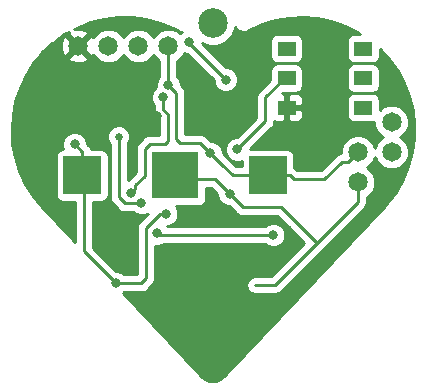
<source format=gbr>
G04 #@! TF.GenerationSoftware,KiCad,Pcbnew,(5.0.2)-1*
G04 #@! TF.CreationDate,2019-01-23T22:06:34-08:00*
G04 #@! TF.ProjectId,heart,68656172-742e-46b6-9963-61645f706362,rev?*
G04 #@! TF.SameCoordinates,Original*
G04 #@! TF.FileFunction,Copper,L2,Bot*
G04 #@! TF.FilePolarity,Positive*
%FSLAX46Y46*%
G04 Gerber Fmt 4.6, Leading zero omitted, Abs format (unit mm)*
G04 Created by KiCad (PCBNEW (5.0.2)-1) date 1/23/2019 10:06:34 PM*
%MOMM*%
%LPD*%
G01*
G04 APERTURE LIST*
G04 #@! TA.AperFunction,SMDPad,CuDef*
%ADD10R,3.180000X3.180000*%
G04 #@! TD*
G04 #@! TA.AperFunction,SMDPad,CuDef*
%ADD11R,3.960000X3.960000*%
G04 #@! TD*
G04 #@! TA.AperFunction,SMDPad,CuDef*
%ADD12R,1.500000X1.200000*%
G04 #@! TD*
G04 #@! TA.AperFunction,ComponentPad*
%ADD13C,1.650000*%
G04 #@! TD*
G04 #@! TA.AperFunction,WasherPad*
%ADD14C,2.500000*%
G04 #@! TD*
G04 #@! TA.AperFunction,ViaPad*
%ADD15C,0.800000*%
G04 #@! TD*
G04 #@! TA.AperFunction,ViaPad*
%ADD16C,0.650000*%
G04 #@! TD*
G04 #@! TA.AperFunction,Conductor*
%ADD17C,0.250000*%
G04 #@! TD*
G04 #@! TA.AperFunction,Conductor*
%ADD18C,0.254000*%
G04 #@! TD*
G04 APERTURE END LIST*
D10*
G04 #@! TO.P,BT1,2*
G04 #@! TO.N,Earth*
X-11080560Y16139160D03*
X4659440Y16139160D03*
D11*
G04 #@! TO.P,BT1,1*
G04 #@! TO.N,/PWR_IN*
X-3210560Y16139160D03*
G04 #@! TD*
D12*
G04 #@! TO.P,SW2,6*
G04 #@! TO.N,Net-(SW2-Pad6)*
X12724200Y26878920D03*
G04 #@! TO.P,SW2,5*
G04 #@! TO.N,Net-(SW2-Pad5)*
X12724200Y24378920D03*
G04 #@! TO.P,SW2,4*
G04 #@! TO.N,Net-(SW2-Pad4)*
X12724200Y21878920D03*
G04 #@! TO.P,SW2,3*
G04 #@! TO.N,Net-(SW2-Pad3)*
X6224200Y26878920D03*
G04 #@! TO.P,SW2,2*
G04 #@! TO.N,/PWR_IN*
X6224200Y24378920D03*
G04 #@! TO.P,SW2,1*
G04 #@! TO.N,VDD*
X6224200Y21878920D03*
G04 #@! TD*
D13*
G04 #@! TO.P,J1,2*
G04 #@! TO.N,Earth*
X12273280Y18089880D03*
G04 #@! TO.P,J1,1*
G04 #@! TO.N,/PWR_IN*
X12273280Y15549880D03*
G04 #@! TD*
D14*
G04 #@! TO.P,MH1,*
G04 #@! TO.N,*
X0Y29000000D03*
G04 #@! TD*
D13*
G04 #@! TO.P,SW1,2*
G04 #@! TO.N,Earth*
X15123160Y20650200D03*
G04 #@! TO.P,SW1,1*
G04 #@! TO.N,/PB7*
X15123160Y18110200D03*
G04 #@! TD*
G04 #@! TO.P,CN1,4*
G04 #@! TO.N,Earth*
X-3784600Y27086560D03*
G04 #@! TO.P,CN1,3*
G04 #@! TO.N,/NRST*
X-6324600Y27086560D03*
G04 #@! TO.P,CN1,2*
G04 #@! TO.N,/PS1*
X-8864600Y27086560D03*
G04 #@! TO.P,CN1,1*
G04 #@! TO.N,VDD*
X-11404600Y27086560D03*
G04 #@! TD*
D15*
G04 #@! TO.N,VDD*
X-4709160Y21122640D03*
X-8544560Y21777960D03*
X6253480Y19410680D03*
G04 #@! TO.N,Earth*
X-11709400Y18765520D03*
X-8229600Y7000240D03*
X-3962400Y12898120D03*
X-228600Y18023840D03*
X-3784600Y23769320D03*
G04 #@! TO.N,/PS1*
X1087120Y24236680D03*
X-2006600Y27467560D03*
G04 #@! TO.N,/PB7*
X5095240Y11084560D03*
X-4739640Y11216640D03*
G04 #@! TO.N,Net-(C5-Pad1)*
X-6974840Y14610080D03*
X-4211320Y22753320D03*
D16*
G04 #@! TO.N,Net-(C6-Pad1)*
X-7975600Y19420840D03*
D15*
X-6070600Y13787120D03*
G04 #@! TO.N,/PWR_IN*
X1402080Y14579600D03*
X2052320Y18338800D03*
G04 #@! TD*
D17*
G04 #@! TO.N,VDD*
X-5274845Y21122640D02*
X-5706645Y21554440D01*
X-4709160Y21122640D02*
X-5274845Y21122640D01*
X-5706645Y21554440D02*
X-8321040Y21554440D01*
X-8321040Y21554440D02*
X-8544560Y21777960D01*
X6224200Y19439960D02*
X6253480Y19410680D01*
X6224200Y21878920D02*
X6224200Y19439960D01*
G04 #@! TO.N,Earth*
X-6085840Y7000240D02*
X-8229600Y7000240D01*
X-5679440Y7406640D02*
X-6085840Y7000240D01*
X-5679440Y11651715D02*
X-5679440Y7406640D01*
X-3784600Y25151080D02*
X-3784600Y27086560D01*
X-3784600Y23769320D02*
X-3784600Y23769320D01*
X-3784600Y23769320D02*
X-3784600Y25151080D01*
X-10934320Y15803880D02*
X-10934320Y17643880D01*
X-10934320Y13963880D02*
X-10932160Y13961720D01*
X-10934320Y15803880D02*
X-10934320Y13963880D01*
X-10932160Y9702800D02*
X-8229600Y7000240D01*
X-10932160Y13961720D02*
X-10932160Y9702800D01*
X-5679440Y11651715D02*
X-4458435Y12872720D01*
X-4458435Y12872720D02*
X-3987800Y12872720D01*
X-3987800Y12872720D02*
X-3962400Y12898120D01*
X10884401Y17264881D02*
X11448281Y17264881D01*
X9423400Y15803880D02*
X10884401Y17264881D01*
X-3103880Y23088600D02*
X-3103880Y19207480D01*
X-3784600Y23769320D02*
X-3103880Y23088600D01*
X-3103880Y19207480D02*
X-2753360Y18856960D01*
X11448281Y17264881D02*
X12273280Y18089880D01*
X-1061720Y18856960D02*
X-228600Y18023840D01*
X-2753360Y18856960D02*
X-1061720Y18856960D01*
X-228600Y18023840D02*
X746760Y17048480D01*
X-3784600Y23769320D02*
X-3784600Y23769320D01*
X-11080560Y18136680D02*
X-11709400Y18765520D01*
X-11080560Y16139160D02*
X-11080560Y18136680D01*
X6834720Y15803880D02*
X9423400Y15803880D01*
X6499440Y16139160D02*
X6834720Y15803880D01*
X4659440Y16139160D02*
X6499440Y16139160D01*
X2819440Y16139160D02*
X2809280Y16129000D01*
X4659440Y16139160D02*
X2819440Y16139160D01*
X1666240Y16129000D02*
X746760Y17048480D01*
X2809280Y16129000D02*
X1666240Y16129000D01*
G04 #@! TO.N,/PS1*
X1087120Y24236680D02*
X-2006600Y27330400D01*
X-2006600Y27330400D02*
X-2006600Y27467560D01*
G04 #@! TO.N,/PB7*
X-4607560Y11084560D02*
X-4739640Y11216640D01*
X5095240Y11084560D02*
X-4607560Y11084560D01*
G04 #@! TO.N,Net-(C5-Pad1)*
X-4211320Y21696680D02*
X-4211320Y22753320D01*
X-3820160Y21305520D02*
X-4211320Y21696680D01*
X-6574841Y15010079D02*
X-6574841Y15319959D01*
X-6974840Y14610080D02*
X-6574841Y15010079D01*
X-6574841Y15319959D02*
X-5781040Y16113760D01*
X-5781040Y16113760D02*
X-5781040Y18364200D01*
X-5781040Y18364200D02*
X-5339080Y18806160D01*
X-3820160Y19080480D02*
X-3820160Y21305520D01*
X-4094480Y18806160D02*
X-3820160Y19080480D01*
X-5339080Y18806160D02*
X-4094480Y18806160D01*
G04 #@! TO.N,Net-(C6-Pad1)*
X-7975600Y14305280D02*
X-7975600Y19420840D01*
X-6070600Y13787120D02*
X-7457440Y13787120D01*
X-7457440Y13787120D02*
X-7975600Y14305280D01*
G04 #@! TO.N,/PWR_IN*
X12273280Y15549880D02*
X12273280Y13909040D01*
X5217160Y6852920D02*
X3559880Y6852920D01*
X7101840Y12120880D02*
X8793480Y10429240D01*
X7101840Y12128160D02*
X7101840Y12120880D01*
X12273280Y13909040D02*
X8793480Y10429240D01*
X8793480Y10429240D02*
X5217160Y6852920D01*
X7101840Y12128160D02*
X7094560Y12128160D01*
X7094560Y12128160D02*
X5770880Y13451840D01*
X5770880Y13451840D02*
X2529840Y13451840D01*
X177800Y15803880D02*
X-3064320Y15803880D01*
X177800Y15803880D02*
X1402080Y14579600D01*
X2529840Y13451840D02*
X1402080Y14579600D01*
X2052320Y18338800D02*
X4434840Y20721320D01*
X6074200Y24378920D02*
X6224200Y24378920D01*
X4434840Y22739560D02*
X6074200Y24378920D01*
X4434840Y20721320D02*
X4434840Y22739560D01*
G04 #@! TD*
D18*
G04 #@! TO.N,VDD*
G36*
X8832927Y29454237D02*
X10007346Y29212628D01*
X11142220Y28825731D01*
X12219659Y28299646D01*
X12484216Y28126360D01*
X11974200Y28126360D01*
X11726435Y28077077D01*
X11516391Y27936729D01*
X11376043Y27726685D01*
X11326760Y27478920D01*
X11326760Y26278920D01*
X11376043Y26031155D01*
X11516391Y25821111D01*
X11726435Y25680763D01*
X11974200Y25631480D01*
X13474200Y25631480D01*
X13721965Y25680763D01*
X13932009Y25821111D01*
X14072357Y26031155D01*
X14121640Y26278920D01*
X14121640Y26876905D01*
X14135419Y26865168D01*
X14943531Y25979393D01*
X15634256Y24999318D01*
X16196695Y23940405D01*
X16621983Y22819353D01*
X16903410Y21653837D01*
X17036543Y20462229D01*
X17019277Y19263346D01*
X16851887Y18076068D01*
X16537013Y16919140D01*
X16079620Y15810797D01*
X15486916Y14768511D01*
X14759694Y13797300D01*
X14476592Y13479833D01*
X939393Y-882803D01*
X616009Y-1125165D01*
X263935Y-1257151D01*
X12177Y-1284500D01*
X-360027Y-1231197D01*
X-702311Y-1075570D01*
X-931030Y-891675D01*
X-7591359Y6174770D01*
X-7525889Y6240240D01*
X-6160687Y6240240D01*
X-6085840Y6225352D01*
X-6010993Y6240240D01*
X-6010988Y6240240D01*
X-5789303Y6284336D01*
X-5537911Y6452311D01*
X-5495509Y6515769D01*
X-5194968Y6816311D01*
X-5131511Y6858711D01*
X-4963536Y7110103D01*
X-4919440Y7331788D01*
X-4919440Y7331792D01*
X-4904552Y7406639D01*
X-4919440Y7481486D01*
X-4919440Y10181640D01*
X-4533766Y10181640D01*
X-4188726Y10324560D01*
X4391529Y10324560D01*
X4508960Y10207129D01*
X4889366Y10049560D01*
X5301114Y10049560D01*
X5681520Y10207129D01*
X5972671Y10498280D01*
X6130240Y10878686D01*
X6130240Y11290434D01*
X5972671Y11670840D01*
X5681520Y11961991D01*
X5301114Y12119560D01*
X4889366Y12119560D01*
X4508960Y11961991D01*
X4391529Y11844560D01*
X-3903849Y11844560D01*
X-3922409Y11863120D01*
X-3756526Y11863120D01*
X-3376120Y12020689D01*
X-3084969Y12311840D01*
X-2927400Y12692246D01*
X-2927400Y13103994D01*
X-3084969Y13484400D01*
X-3112289Y13511720D01*
X-1230560Y13511720D01*
X-982795Y13561003D01*
X-772751Y13701351D01*
X-632403Y13911395D01*
X-583120Y14159160D01*
X-583120Y15043880D01*
X-137001Y15043880D01*
X367080Y14539798D01*
X367080Y14373726D01*
X524649Y13993320D01*
X815800Y13702169D01*
X1196206Y13544600D01*
X1362278Y13544600D01*
X1939513Y12967365D01*
X1981911Y12903911D01*
X2045364Y12861513D01*
X2045366Y12861511D01*
X2146548Y12793904D01*
X2233303Y12735936D01*
X2454988Y12691840D01*
X2454992Y12691840D01*
X2529839Y12676952D01*
X2604686Y12691840D01*
X5456079Y12691840D01*
X6504231Y11643687D01*
X6546631Y11580231D01*
X6550995Y11577315D01*
X6553911Y11572951D01*
X6617369Y11530550D01*
X7718678Y10429240D01*
X4902359Y7612920D01*
X3485028Y7612920D01*
X3263343Y7568824D01*
X3011951Y7400849D01*
X2843976Y7149457D01*
X2784991Y6852920D01*
X2843976Y6556383D01*
X3011951Y6304991D01*
X3263343Y6137016D01*
X3485028Y6092920D01*
X5142313Y6092920D01*
X5217160Y6078032D01*
X5292007Y6092920D01*
X5292012Y6092920D01*
X5513697Y6137016D01*
X5765089Y6304991D01*
X5807491Y6368450D01*
X9277954Y9838912D01*
X9341409Y9881311D01*
X9383810Y9944769D01*
X12757756Y13318713D01*
X12821209Y13361111D01*
X12863607Y13424564D01*
X12863609Y13424566D01*
X12968299Y13581246D01*
X12989184Y13612503D01*
X13033280Y13834188D01*
X13033280Y13834192D01*
X13048168Y13909039D01*
X13033280Y13983886D01*
X13033280Y14284390D01*
X13100304Y14312152D01*
X13511008Y14722856D01*
X13733280Y15259468D01*
X13733280Y15840292D01*
X13511008Y16376904D01*
X13100304Y16787608D01*
X13022393Y16819880D01*
X13100304Y16852152D01*
X13511008Y17262856D01*
X13702428Y17724986D01*
X13885432Y17283176D01*
X14296136Y16872472D01*
X14832748Y16650200D01*
X15413572Y16650200D01*
X15950184Y16872472D01*
X16360888Y17283176D01*
X16583160Y17819788D01*
X16583160Y18400612D01*
X16360888Y18937224D01*
X15950184Y19347928D01*
X15872273Y19380200D01*
X15950184Y19412472D01*
X16360888Y19823176D01*
X16583160Y20359788D01*
X16583160Y20940612D01*
X16360888Y21477224D01*
X15950184Y21887928D01*
X15413572Y22110200D01*
X14832748Y22110200D01*
X14296136Y21887928D01*
X14121640Y21713432D01*
X14121640Y22478920D01*
X14072357Y22726685D01*
X13932009Y22936729D01*
X13721965Y23077077D01*
X13474200Y23126360D01*
X11974200Y23126360D01*
X11726435Y23077077D01*
X11516391Y22936729D01*
X11376043Y22726685D01*
X11326760Y22478920D01*
X11326760Y21278920D01*
X11376043Y21031155D01*
X11516391Y20821111D01*
X11726435Y20680763D01*
X11974200Y20631480D01*
X13474200Y20631480D01*
X13663160Y20669066D01*
X13663160Y20359788D01*
X13885432Y19823176D01*
X14296136Y19412472D01*
X14374047Y19380200D01*
X14296136Y19347928D01*
X13885432Y18937224D01*
X13694012Y18475094D01*
X13511008Y18916904D01*
X13100304Y19327608D01*
X12563692Y19549880D01*
X11982868Y19549880D01*
X11446256Y19327608D01*
X11035552Y18916904D01*
X10813280Y18380292D01*
X10813280Y18025622D01*
X10809553Y18024881D01*
X10809549Y18024881D01*
X10587864Y17980785D01*
X10531225Y17942940D01*
X10399927Y17855210D01*
X10399925Y17855208D01*
X10336472Y17812810D01*
X10294074Y17749357D01*
X9108599Y16563880D01*
X7149521Y16563880D01*
X7089771Y16623630D01*
X7047369Y16687089D01*
X6896880Y16787643D01*
X6896880Y17729160D01*
X6847597Y17976925D01*
X6707249Y18186969D01*
X6497205Y18327317D01*
X6249440Y18376600D01*
X3164921Y18376600D01*
X4919313Y20130991D01*
X4982769Y20173391D01*
X5150744Y20424783D01*
X5194840Y20646468D01*
X5194840Y20646472D01*
X5206021Y20702684D01*
X5347890Y20643920D01*
X5938450Y20643920D01*
X6097200Y20802670D01*
X6097200Y21751920D01*
X6351200Y21751920D01*
X6351200Y20802670D01*
X6509950Y20643920D01*
X7100510Y20643920D01*
X7333899Y20740593D01*
X7512527Y20919222D01*
X7609200Y21152611D01*
X7609200Y21593170D01*
X7450450Y21751920D01*
X6351200Y21751920D01*
X6097200Y21751920D01*
X6077200Y21751920D01*
X6077200Y22005920D01*
X6097200Y22005920D01*
X6097200Y22955170D01*
X6351200Y22955170D01*
X6351200Y22005920D01*
X7450450Y22005920D01*
X7609200Y22164670D01*
X7609200Y22605229D01*
X7512527Y22838618D01*
X7333899Y23017247D01*
X7100510Y23113920D01*
X6509950Y23113920D01*
X6351200Y22955170D01*
X6097200Y22955170D01*
X5938450Y23113920D01*
X5884002Y23113920D01*
X5901562Y23131480D01*
X6974200Y23131480D01*
X7221965Y23180763D01*
X7432009Y23321111D01*
X7572357Y23531155D01*
X7621640Y23778920D01*
X7621640Y24978920D01*
X11326760Y24978920D01*
X11326760Y23778920D01*
X11376043Y23531155D01*
X11516391Y23321111D01*
X11726435Y23180763D01*
X11974200Y23131480D01*
X13474200Y23131480D01*
X13721965Y23180763D01*
X13932009Y23321111D01*
X14072357Y23531155D01*
X14121640Y23778920D01*
X14121640Y24978920D01*
X14072357Y25226685D01*
X13932009Y25436729D01*
X13721965Y25577077D01*
X13474200Y25626360D01*
X11974200Y25626360D01*
X11726435Y25577077D01*
X11516391Y25436729D01*
X11376043Y25226685D01*
X11326760Y24978920D01*
X7621640Y24978920D01*
X7572357Y25226685D01*
X7432009Y25436729D01*
X7221965Y25577077D01*
X6974200Y25626360D01*
X5474200Y25626360D01*
X5226435Y25577077D01*
X5016391Y25436729D01*
X4876043Y25226685D01*
X4826760Y24978920D01*
X4826760Y24206282D01*
X3950368Y23329889D01*
X3886912Y23287489D01*
X3844512Y23224033D01*
X3844511Y23224032D01*
X3718937Y23036097D01*
X3659952Y22739560D01*
X3674841Y22664708D01*
X3674840Y21036122D01*
X2012519Y19373800D01*
X1846446Y19373800D01*
X1466040Y19216231D01*
X1174889Y18925080D01*
X1017320Y18544674D01*
X1017320Y18132926D01*
X1174889Y17752520D01*
X1466040Y17461369D01*
X1846446Y17303800D01*
X2258194Y17303800D01*
X2422000Y17371651D01*
X2422000Y16889000D01*
X1981042Y16889000D01*
X1337093Y17532948D01*
X1337089Y17532954D01*
X806400Y18063642D01*
X806400Y18229714D01*
X648831Y18610120D01*
X357680Y18901271D01*
X-22726Y19058840D01*
X-188799Y19058840D01*
X-471389Y19341430D01*
X-513791Y19404889D01*
X-765183Y19572864D01*
X-986868Y19616960D01*
X-986873Y19616960D01*
X-1061720Y19631848D01*
X-1136567Y19616960D01*
X-2343880Y19616960D01*
X-2343880Y23013754D01*
X-2328992Y23088601D01*
X-2343880Y23163448D01*
X-2343880Y23163452D01*
X-2387976Y23385137D01*
X-2465717Y23501485D01*
X-2513551Y23573074D01*
X-2513553Y23573076D01*
X-2555951Y23636529D01*
X-2619404Y23678927D01*
X-2749600Y23809122D01*
X-2749600Y23975194D01*
X-2907169Y24355600D01*
X-3024600Y24473031D01*
X-3024600Y25821070D01*
X-2957576Y25848832D01*
X-2546872Y26259536D01*
X-2436727Y26525449D01*
X-2212474Y26432560D01*
X-2183561Y26432560D01*
X52120Y24196878D01*
X52120Y24030806D01*
X209689Y23650400D01*
X500840Y23359249D01*
X881246Y23201680D01*
X1292994Y23201680D01*
X1673400Y23359249D01*
X1964551Y23650400D01*
X2122120Y24030806D01*
X2122120Y24442554D01*
X1964551Y24822960D01*
X1673400Y25114111D01*
X1292994Y25271680D01*
X1126922Y25271680D01*
X-957839Y27356440D01*
X-374950Y27115000D01*
X374950Y27115000D01*
X1067767Y27401974D01*
X1144713Y27478920D01*
X4826760Y27478920D01*
X4826760Y26278920D01*
X4876043Y26031155D01*
X5016391Y25821111D01*
X5226435Y25680763D01*
X5474200Y25631480D01*
X6974200Y25631480D01*
X7221965Y25680763D01*
X7432009Y25821111D01*
X7572357Y26031155D01*
X7621640Y26278920D01*
X7621640Y27478920D01*
X7572357Y27726685D01*
X7432009Y27936729D01*
X7221965Y28077077D01*
X6974200Y28126360D01*
X5474200Y28126360D01*
X5226435Y28077077D01*
X5016391Y27936729D01*
X4876043Y27726685D01*
X4826760Y27478920D01*
X1144713Y27478920D01*
X1598026Y27932233D01*
X1885000Y28625050D01*
X1885000Y28716193D01*
X2040412Y28485837D01*
X2275964Y28329965D01*
X2553234Y28276098D01*
X2760150Y28318219D01*
X3026436Y28429914D01*
X3046867Y28443698D01*
X4113441Y28926955D01*
X5258983Y29281010D01*
X6439875Y29488702D01*
X7637477Y29546748D01*
X8832927Y29454237D01*
X8832927Y29454237D01*
G37*
X8832927Y29454237D02*
X10007346Y29212628D01*
X11142220Y28825731D01*
X12219659Y28299646D01*
X12484216Y28126360D01*
X11974200Y28126360D01*
X11726435Y28077077D01*
X11516391Y27936729D01*
X11376043Y27726685D01*
X11326760Y27478920D01*
X11326760Y26278920D01*
X11376043Y26031155D01*
X11516391Y25821111D01*
X11726435Y25680763D01*
X11974200Y25631480D01*
X13474200Y25631480D01*
X13721965Y25680763D01*
X13932009Y25821111D01*
X14072357Y26031155D01*
X14121640Y26278920D01*
X14121640Y26876905D01*
X14135419Y26865168D01*
X14943531Y25979393D01*
X15634256Y24999318D01*
X16196695Y23940405D01*
X16621983Y22819353D01*
X16903410Y21653837D01*
X17036543Y20462229D01*
X17019277Y19263346D01*
X16851887Y18076068D01*
X16537013Y16919140D01*
X16079620Y15810797D01*
X15486916Y14768511D01*
X14759694Y13797300D01*
X14476592Y13479833D01*
X939393Y-882803D01*
X616009Y-1125165D01*
X263935Y-1257151D01*
X12177Y-1284500D01*
X-360027Y-1231197D01*
X-702311Y-1075570D01*
X-931030Y-891675D01*
X-7591359Y6174770D01*
X-7525889Y6240240D01*
X-6160687Y6240240D01*
X-6085840Y6225352D01*
X-6010993Y6240240D01*
X-6010988Y6240240D01*
X-5789303Y6284336D01*
X-5537911Y6452311D01*
X-5495509Y6515769D01*
X-5194968Y6816311D01*
X-5131511Y6858711D01*
X-4963536Y7110103D01*
X-4919440Y7331788D01*
X-4919440Y7331792D01*
X-4904552Y7406639D01*
X-4919440Y7481486D01*
X-4919440Y10181640D01*
X-4533766Y10181640D01*
X-4188726Y10324560D01*
X4391529Y10324560D01*
X4508960Y10207129D01*
X4889366Y10049560D01*
X5301114Y10049560D01*
X5681520Y10207129D01*
X5972671Y10498280D01*
X6130240Y10878686D01*
X6130240Y11290434D01*
X5972671Y11670840D01*
X5681520Y11961991D01*
X5301114Y12119560D01*
X4889366Y12119560D01*
X4508960Y11961991D01*
X4391529Y11844560D01*
X-3903849Y11844560D01*
X-3922409Y11863120D01*
X-3756526Y11863120D01*
X-3376120Y12020689D01*
X-3084969Y12311840D01*
X-2927400Y12692246D01*
X-2927400Y13103994D01*
X-3084969Y13484400D01*
X-3112289Y13511720D01*
X-1230560Y13511720D01*
X-982795Y13561003D01*
X-772751Y13701351D01*
X-632403Y13911395D01*
X-583120Y14159160D01*
X-583120Y15043880D01*
X-137001Y15043880D01*
X367080Y14539798D01*
X367080Y14373726D01*
X524649Y13993320D01*
X815800Y13702169D01*
X1196206Y13544600D01*
X1362278Y13544600D01*
X1939513Y12967365D01*
X1981911Y12903911D01*
X2045364Y12861513D01*
X2045366Y12861511D01*
X2146548Y12793904D01*
X2233303Y12735936D01*
X2454988Y12691840D01*
X2454992Y12691840D01*
X2529839Y12676952D01*
X2604686Y12691840D01*
X5456079Y12691840D01*
X6504231Y11643687D01*
X6546631Y11580231D01*
X6550995Y11577315D01*
X6553911Y11572951D01*
X6617369Y11530550D01*
X7718678Y10429240D01*
X4902359Y7612920D01*
X3485028Y7612920D01*
X3263343Y7568824D01*
X3011951Y7400849D01*
X2843976Y7149457D01*
X2784991Y6852920D01*
X2843976Y6556383D01*
X3011951Y6304991D01*
X3263343Y6137016D01*
X3485028Y6092920D01*
X5142313Y6092920D01*
X5217160Y6078032D01*
X5292007Y6092920D01*
X5292012Y6092920D01*
X5513697Y6137016D01*
X5765089Y6304991D01*
X5807491Y6368450D01*
X9277954Y9838912D01*
X9341409Y9881311D01*
X9383810Y9944769D01*
X12757756Y13318713D01*
X12821209Y13361111D01*
X12863607Y13424564D01*
X12863609Y13424566D01*
X12968299Y13581246D01*
X12989184Y13612503D01*
X13033280Y13834188D01*
X13033280Y13834192D01*
X13048168Y13909039D01*
X13033280Y13983886D01*
X13033280Y14284390D01*
X13100304Y14312152D01*
X13511008Y14722856D01*
X13733280Y15259468D01*
X13733280Y15840292D01*
X13511008Y16376904D01*
X13100304Y16787608D01*
X13022393Y16819880D01*
X13100304Y16852152D01*
X13511008Y17262856D01*
X13702428Y17724986D01*
X13885432Y17283176D01*
X14296136Y16872472D01*
X14832748Y16650200D01*
X15413572Y16650200D01*
X15950184Y16872472D01*
X16360888Y17283176D01*
X16583160Y17819788D01*
X16583160Y18400612D01*
X16360888Y18937224D01*
X15950184Y19347928D01*
X15872273Y19380200D01*
X15950184Y19412472D01*
X16360888Y19823176D01*
X16583160Y20359788D01*
X16583160Y20940612D01*
X16360888Y21477224D01*
X15950184Y21887928D01*
X15413572Y22110200D01*
X14832748Y22110200D01*
X14296136Y21887928D01*
X14121640Y21713432D01*
X14121640Y22478920D01*
X14072357Y22726685D01*
X13932009Y22936729D01*
X13721965Y23077077D01*
X13474200Y23126360D01*
X11974200Y23126360D01*
X11726435Y23077077D01*
X11516391Y22936729D01*
X11376043Y22726685D01*
X11326760Y22478920D01*
X11326760Y21278920D01*
X11376043Y21031155D01*
X11516391Y20821111D01*
X11726435Y20680763D01*
X11974200Y20631480D01*
X13474200Y20631480D01*
X13663160Y20669066D01*
X13663160Y20359788D01*
X13885432Y19823176D01*
X14296136Y19412472D01*
X14374047Y19380200D01*
X14296136Y19347928D01*
X13885432Y18937224D01*
X13694012Y18475094D01*
X13511008Y18916904D01*
X13100304Y19327608D01*
X12563692Y19549880D01*
X11982868Y19549880D01*
X11446256Y19327608D01*
X11035552Y18916904D01*
X10813280Y18380292D01*
X10813280Y18025622D01*
X10809553Y18024881D01*
X10809549Y18024881D01*
X10587864Y17980785D01*
X10531225Y17942940D01*
X10399927Y17855210D01*
X10399925Y17855208D01*
X10336472Y17812810D01*
X10294074Y17749357D01*
X9108599Y16563880D01*
X7149521Y16563880D01*
X7089771Y16623630D01*
X7047369Y16687089D01*
X6896880Y16787643D01*
X6896880Y17729160D01*
X6847597Y17976925D01*
X6707249Y18186969D01*
X6497205Y18327317D01*
X6249440Y18376600D01*
X3164921Y18376600D01*
X4919313Y20130991D01*
X4982769Y20173391D01*
X5150744Y20424783D01*
X5194840Y20646468D01*
X5194840Y20646472D01*
X5206021Y20702684D01*
X5347890Y20643920D01*
X5938450Y20643920D01*
X6097200Y20802670D01*
X6097200Y21751920D01*
X6351200Y21751920D01*
X6351200Y20802670D01*
X6509950Y20643920D01*
X7100510Y20643920D01*
X7333899Y20740593D01*
X7512527Y20919222D01*
X7609200Y21152611D01*
X7609200Y21593170D01*
X7450450Y21751920D01*
X6351200Y21751920D01*
X6097200Y21751920D01*
X6077200Y21751920D01*
X6077200Y22005920D01*
X6097200Y22005920D01*
X6097200Y22955170D01*
X6351200Y22955170D01*
X6351200Y22005920D01*
X7450450Y22005920D01*
X7609200Y22164670D01*
X7609200Y22605229D01*
X7512527Y22838618D01*
X7333899Y23017247D01*
X7100510Y23113920D01*
X6509950Y23113920D01*
X6351200Y22955170D01*
X6097200Y22955170D01*
X5938450Y23113920D01*
X5884002Y23113920D01*
X5901562Y23131480D01*
X6974200Y23131480D01*
X7221965Y23180763D01*
X7432009Y23321111D01*
X7572357Y23531155D01*
X7621640Y23778920D01*
X7621640Y24978920D01*
X11326760Y24978920D01*
X11326760Y23778920D01*
X11376043Y23531155D01*
X11516391Y23321111D01*
X11726435Y23180763D01*
X11974200Y23131480D01*
X13474200Y23131480D01*
X13721965Y23180763D01*
X13932009Y23321111D01*
X14072357Y23531155D01*
X14121640Y23778920D01*
X14121640Y24978920D01*
X14072357Y25226685D01*
X13932009Y25436729D01*
X13721965Y25577077D01*
X13474200Y25626360D01*
X11974200Y25626360D01*
X11726435Y25577077D01*
X11516391Y25436729D01*
X11376043Y25226685D01*
X11326760Y24978920D01*
X7621640Y24978920D01*
X7572357Y25226685D01*
X7432009Y25436729D01*
X7221965Y25577077D01*
X6974200Y25626360D01*
X5474200Y25626360D01*
X5226435Y25577077D01*
X5016391Y25436729D01*
X4876043Y25226685D01*
X4826760Y24978920D01*
X4826760Y24206282D01*
X3950368Y23329889D01*
X3886912Y23287489D01*
X3844512Y23224033D01*
X3844511Y23224032D01*
X3718937Y23036097D01*
X3659952Y22739560D01*
X3674841Y22664708D01*
X3674840Y21036122D01*
X2012519Y19373800D01*
X1846446Y19373800D01*
X1466040Y19216231D01*
X1174889Y18925080D01*
X1017320Y18544674D01*
X1017320Y18132926D01*
X1174889Y17752520D01*
X1466040Y17461369D01*
X1846446Y17303800D01*
X2258194Y17303800D01*
X2422000Y17371651D01*
X2422000Y16889000D01*
X1981042Y16889000D01*
X1337093Y17532948D01*
X1337089Y17532954D01*
X806400Y18063642D01*
X806400Y18229714D01*
X648831Y18610120D01*
X357680Y18901271D01*
X-22726Y19058840D01*
X-188799Y19058840D01*
X-471389Y19341430D01*
X-513791Y19404889D01*
X-765183Y19572864D01*
X-986868Y19616960D01*
X-986873Y19616960D01*
X-1061720Y19631848D01*
X-1136567Y19616960D01*
X-2343880Y19616960D01*
X-2343880Y23013754D01*
X-2328992Y23088601D01*
X-2343880Y23163448D01*
X-2343880Y23163452D01*
X-2387976Y23385137D01*
X-2465717Y23501485D01*
X-2513551Y23573074D01*
X-2513553Y23573076D01*
X-2555951Y23636529D01*
X-2619404Y23678927D01*
X-2749600Y23809122D01*
X-2749600Y23975194D01*
X-2907169Y24355600D01*
X-3024600Y24473031D01*
X-3024600Y25821070D01*
X-2957576Y25848832D01*
X-2546872Y26259536D01*
X-2436727Y26525449D01*
X-2212474Y26432560D01*
X-2183561Y26432560D01*
X52120Y24196878D01*
X52120Y24030806D01*
X209689Y23650400D01*
X500840Y23359249D01*
X881246Y23201680D01*
X1292994Y23201680D01*
X1673400Y23359249D01*
X1964551Y23650400D01*
X2122120Y24030806D01*
X2122120Y24442554D01*
X1964551Y24822960D01*
X1673400Y25114111D01*
X1292994Y25271680D01*
X1126922Y25271680D01*
X-957839Y27356440D01*
X-374950Y27115000D01*
X374950Y27115000D01*
X1067767Y27401974D01*
X1144713Y27478920D01*
X4826760Y27478920D01*
X4826760Y26278920D01*
X4876043Y26031155D01*
X5016391Y25821111D01*
X5226435Y25680763D01*
X5474200Y25631480D01*
X6974200Y25631480D01*
X7221965Y25680763D01*
X7432009Y25821111D01*
X7572357Y26031155D01*
X7621640Y26278920D01*
X7621640Y27478920D01*
X7572357Y27726685D01*
X7432009Y27936729D01*
X7221965Y28077077D01*
X6974200Y28126360D01*
X5474200Y28126360D01*
X5226435Y28077077D01*
X5016391Y27936729D01*
X4876043Y27726685D01*
X4826760Y27478920D01*
X1144713Y27478920D01*
X1598026Y27932233D01*
X1885000Y28625050D01*
X1885000Y28716193D01*
X2040412Y28485837D01*
X2275964Y28329965D01*
X2553234Y28276098D01*
X2760150Y28318219D01*
X3026436Y28429914D01*
X3046867Y28443698D01*
X4113441Y28926955D01*
X5258983Y29281010D01*
X6439875Y29488702D01*
X7637477Y29546748D01*
X8832927Y29454237D01*
G36*
X-6871396Y29527023D02*
X-5682312Y29373117D01*
X-4521870Y29071386D01*
X-3395150Y28621303D01*
X-3062111Y28453984D01*
X-3026436Y28429915D01*
X-2760150Y28318219D01*
X-2643415Y28294456D01*
X-2785580Y28152292D01*
X-2957576Y28324288D01*
X-3494188Y28546560D01*
X-4075012Y28546560D01*
X-4611624Y28324288D01*
X-5022328Y27913584D01*
X-5054600Y27835673D01*
X-5086872Y27913584D01*
X-5497576Y28324288D01*
X-6034188Y28546560D01*
X-6615012Y28546560D01*
X-7151624Y28324288D01*
X-7562328Y27913584D01*
X-7594600Y27835673D01*
X-7626872Y27913584D01*
X-8037576Y28324288D01*
X-8574188Y28546560D01*
X-9155012Y28546560D01*
X-9691624Y28324288D01*
X-10102328Y27913584D01*
X-10128191Y27851146D01*
X-10130037Y27855604D01*
X-10378747Y27932808D01*
X-11224995Y27086560D01*
X-10378747Y26240312D01*
X-10130037Y26317516D01*
X-10128317Y26322279D01*
X-10102328Y26259536D01*
X-9691624Y25848832D01*
X-9155012Y25626560D01*
X-8574188Y25626560D01*
X-8037576Y25848832D01*
X-7626872Y26259536D01*
X-7594600Y26337447D01*
X-7562328Y26259536D01*
X-7151624Y25848832D01*
X-6615012Y25626560D01*
X-6034188Y25626560D01*
X-5497576Y25848832D01*
X-5086872Y26259536D01*
X-5054600Y26337447D01*
X-5022328Y26259536D01*
X-4611624Y25848832D01*
X-4544600Y25821070D01*
X-4544600Y25076229D01*
X-4544599Y25076224D01*
X-4544599Y24473032D01*
X-4662031Y24355600D01*
X-4819600Y23975194D01*
X-4819600Y23608751D01*
X-5088751Y23339600D01*
X-5246320Y22959194D01*
X-5246320Y22547446D01*
X-5088751Y22167040D01*
X-4971320Y22049609D01*
X-4971320Y21771527D01*
X-4986208Y21696680D01*
X-4971320Y21621833D01*
X-4971320Y21621829D01*
X-4927224Y21400144D01*
X-4759249Y21148751D01*
X-4695790Y21106349D01*
X-4580159Y20990718D01*
X-4580160Y19566160D01*
X-5264232Y19566160D01*
X-5339080Y19581048D01*
X-5413928Y19566160D01*
X-5413932Y19566160D01*
X-5587475Y19531640D01*
X-5635618Y19522064D01*
X-5728068Y19460290D01*
X-5887009Y19354089D01*
X-5929411Y19290630D01*
X-6265512Y18954529D01*
X-6328968Y18912129D01*
X-6371368Y18848673D01*
X-6371369Y18848672D01*
X-6496943Y18660737D01*
X-6555928Y18364200D01*
X-6541039Y18289348D01*
X-6541040Y16428562D01*
X-7059312Y15910289D01*
X-7122770Y15867888D01*
X-7215600Y15728958D01*
X-7215600Y18823194D01*
X-7161751Y18877043D01*
X-7015600Y19229884D01*
X-7015600Y19611796D01*
X-7161751Y19964637D01*
X-7431803Y20234689D01*
X-7784644Y20380840D01*
X-8166556Y20380840D01*
X-8519397Y20234689D01*
X-8789449Y19964637D01*
X-8935600Y19611796D01*
X-8935600Y19229884D01*
X-8789449Y18877043D01*
X-8735599Y18823193D01*
X-8735600Y14380127D01*
X-8750488Y14305280D01*
X-8735600Y14230433D01*
X-8735600Y14230429D01*
X-8691504Y14008744D01*
X-8523529Y13757351D01*
X-8460070Y13714949D01*
X-8047769Y13302648D01*
X-8005369Y13239191D01*
X-7753977Y13071216D01*
X-7532292Y13027120D01*
X-7532287Y13027120D01*
X-7457440Y13012232D01*
X-7382593Y13027120D01*
X-6774311Y13027120D01*
X-6656880Y12909689D01*
X-6276474Y12752120D01*
X-5864726Y12752120D01*
X-5504716Y12901241D01*
X-6163910Y12242046D01*
X-6227369Y12199644D01*
X-6395344Y11948251D01*
X-6439440Y11726566D01*
X-6439440Y11726562D01*
X-6454328Y11651715D01*
X-6439440Y11576868D01*
X-6439439Y7760240D01*
X-7525889Y7760240D01*
X-7643320Y7877671D01*
X-8023726Y8035240D01*
X-8189798Y8035240D01*
X-10172160Y10017601D01*
X-10172160Y13886872D01*
X-10169207Y13901720D01*
X-9490560Y13901720D01*
X-9242795Y13951003D01*
X-9032751Y14091351D01*
X-8892403Y14301395D01*
X-8843120Y14549160D01*
X-8843120Y17729160D01*
X-8892403Y17976925D01*
X-9032751Y18186969D01*
X-9242795Y18327317D01*
X-9490560Y18376600D01*
X-10353394Y18376600D01*
X-10364656Y18433217D01*
X-10532631Y18684609D01*
X-10596087Y18727009D01*
X-10674400Y18805322D01*
X-10674400Y18971394D01*
X-10831969Y19351800D01*
X-11123120Y19642951D01*
X-11503526Y19800520D01*
X-11915274Y19800520D01*
X-12295680Y19642951D01*
X-12586831Y19351800D01*
X-12744400Y18971394D01*
X-12744400Y18559646D01*
X-12668580Y18376600D01*
X-12670560Y18376600D01*
X-12918325Y18327317D01*
X-13128369Y18186969D01*
X-13268717Y17976925D01*
X-13318000Y17729160D01*
X-13318000Y14549160D01*
X-13268717Y14301395D01*
X-13128369Y14091351D01*
X-12918325Y13951003D01*
X-12670560Y13901720D01*
X-11696844Y13901720D01*
X-11692160Y13878174D01*
X-11692159Y10525618D01*
X-14466825Y13469471D01*
X-15241381Y14411590D01*
X-15880753Y15425911D01*
X-16387953Y16512364D01*
X-16754985Y17653819D01*
X-16976061Y18832276D01*
X-17047693Y20029149D01*
X-16968754Y21225570D01*
X-16740487Y22402647D01*
X-16366490Y23541845D01*
X-15852666Y24625179D01*
X-15207113Y25635577D01*
X-14853223Y26060707D01*
X-12250848Y26060707D01*
X-12173644Y25811997D01*
X-11627350Y25614717D01*
X-11047144Y25641512D01*
X-10635556Y25811997D01*
X-10558352Y26060707D01*
X-11404600Y26906955D01*
X-12250848Y26060707D01*
X-14853223Y26060707D01*
X-14440015Y26557096D01*
X-13634071Y27309310D01*
X-12876443Y27309310D01*
X-12849648Y26729104D01*
X-12679163Y26317516D01*
X-12430453Y26240312D01*
X-11584205Y27086560D01*
X-12430453Y27932808D01*
X-12679163Y27855604D01*
X-12876443Y27309310D01*
X-13634071Y27309310D01*
X-13563467Y27375207D01*
X-12591299Y28077004D01*
X-12194636Y28293497D01*
X-12250848Y28112413D01*
X-11404600Y27266165D01*
X-10558352Y28112413D01*
X-10635556Y28361123D01*
X-11181850Y28558403D01*
X-11758022Y28531794D01*
X-11538834Y28651424D01*
X-10422679Y29089404D01*
X-9260424Y29384040D01*
X-8070413Y29530684D01*
X-6871396Y29527023D01*
X-6871396Y29527023D01*
G37*
X-6871396Y29527023D02*
X-5682312Y29373117D01*
X-4521870Y29071386D01*
X-3395150Y28621303D01*
X-3062111Y28453984D01*
X-3026436Y28429915D01*
X-2760150Y28318219D01*
X-2643415Y28294456D01*
X-2785580Y28152292D01*
X-2957576Y28324288D01*
X-3494188Y28546560D01*
X-4075012Y28546560D01*
X-4611624Y28324288D01*
X-5022328Y27913584D01*
X-5054600Y27835673D01*
X-5086872Y27913584D01*
X-5497576Y28324288D01*
X-6034188Y28546560D01*
X-6615012Y28546560D01*
X-7151624Y28324288D01*
X-7562328Y27913584D01*
X-7594600Y27835673D01*
X-7626872Y27913584D01*
X-8037576Y28324288D01*
X-8574188Y28546560D01*
X-9155012Y28546560D01*
X-9691624Y28324288D01*
X-10102328Y27913584D01*
X-10128191Y27851146D01*
X-10130037Y27855604D01*
X-10378747Y27932808D01*
X-11224995Y27086560D01*
X-10378747Y26240312D01*
X-10130037Y26317516D01*
X-10128317Y26322279D01*
X-10102328Y26259536D01*
X-9691624Y25848832D01*
X-9155012Y25626560D01*
X-8574188Y25626560D01*
X-8037576Y25848832D01*
X-7626872Y26259536D01*
X-7594600Y26337447D01*
X-7562328Y26259536D01*
X-7151624Y25848832D01*
X-6615012Y25626560D01*
X-6034188Y25626560D01*
X-5497576Y25848832D01*
X-5086872Y26259536D01*
X-5054600Y26337447D01*
X-5022328Y26259536D01*
X-4611624Y25848832D01*
X-4544600Y25821070D01*
X-4544600Y25076229D01*
X-4544599Y25076224D01*
X-4544599Y24473032D01*
X-4662031Y24355600D01*
X-4819600Y23975194D01*
X-4819600Y23608751D01*
X-5088751Y23339600D01*
X-5246320Y22959194D01*
X-5246320Y22547446D01*
X-5088751Y22167040D01*
X-4971320Y22049609D01*
X-4971320Y21771527D01*
X-4986208Y21696680D01*
X-4971320Y21621833D01*
X-4971320Y21621829D01*
X-4927224Y21400144D01*
X-4759249Y21148751D01*
X-4695790Y21106349D01*
X-4580159Y20990718D01*
X-4580160Y19566160D01*
X-5264232Y19566160D01*
X-5339080Y19581048D01*
X-5413928Y19566160D01*
X-5413932Y19566160D01*
X-5587475Y19531640D01*
X-5635618Y19522064D01*
X-5728068Y19460290D01*
X-5887009Y19354089D01*
X-5929411Y19290630D01*
X-6265512Y18954529D01*
X-6328968Y18912129D01*
X-6371368Y18848673D01*
X-6371369Y18848672D01*
X-6496943Y18660737D01*
X-6555928Y18364200D01*
X-6541039Y18289348D01*
X-6541040Y16428562D01*
X-7059312Y15910289D01*
X-7122770Y15867888D01*
X-7215600Y15728958D01*
X-7215600Y18823194D01*
X-7161751Y18877043D01*
X-7015600Y19229884D01*
X-7015600Y19611796D01*
X-7161751Y19964637D01*
X-7431803Y20234689D01*
X-7784644Y20380840D01*
X-8166556Y20380840D01*
X-8519397Y20234689D01*
X-8789449Y19964637D01*
X-8935600Y19611796D01*
X-8935600Y19229884D01*
X-8789449Y18877043D01*
X-8735599Y18823193D01*
X-8735600Y14380127D01*
X-8750488Y14305280D01*
X-8735600Y14230433D01*
X-8735600Y14230429D01*
X-8691504Y14008744D01*
X-8523529Y13757351D01*
X-8460070Y13714949D01*
X-8047769Y13302648D01*
X-8005369Y13239191D01*
X-7753977Y13071216D01*
X-7532292Y13027120D01*
X-7532287Y13027120D01*
X-7457440Y13012232D01*
X-7382593Y13027120D01*
X-6774311Y13027120D01*
X-6656880Y12909689D01*
X-6276474Y12752120D01*
X-5864726Y12752120D01*
X-5504716Y12901241D01*
X-6163910Y12242046D01*
X-6227369Y12199644D01*
X-6395344Y11948251D01*
X-6439440Y11726566D01*
X-6439440Y11726562D01*
X-6454328Y11651715D01*
X-6439440Y11576868D01*
X-6439439Y7760240D01*
X-7525889Y7760240D01*
X-7643320Y7877671D01*
X-8023726Y8035240D01*
X-8189798Y8035240D01*
X-10172160Y10017601D01*
X-10172160Y13886872D01*
X-10169207Y13901720D01*
X-9490560Y13901720D01*
X-9242795Y13951003D01*
X-9032751Y14091351D01*
X-8892403Y14301395D01*
X-8843120Y14549160D01*
X-8843120Y17729160D01*
X-8892403Y17976925D01*
X-9032751Y18186969D01*
X-9242795Y18327317D01*
X-9490560Y18376600D01*
X-10353394Y18376600D01*
X-10364656Y18433217D01*
X-10532631Y18684609D01*
X-10596087Y18727009D01*
X-10674400Y18805322D01*
X-10674400Y18971394D01*
X-10831969Y19351800D01*
X-11123120Y19642951D01*
X-11503526Y19800520D01*
X-11915274Y19800520D01*
X-12295680Y19642951D01*
X-12586831Y19351800D01*
X-12744400Y18971394D01*
X-12744400Y18559646D01*
X-12668580Y18376600D01*
X-12670560Y18376600D01*
X-12918325Y18327317D01*
X-13128369Y18186969D01*
X-13268717Y17976925D01*
X-13318000Y17729160D01*
X-13318000Y14549160D01*
X-13268717Y14301395D01*
X-13128369Y14091351D01*
X-12918325Y13951003D01*
X-12670560Y13901720D01*
X-11696844Y13901720D01*
X-11692160Y13878174D01*
X-11692159Y10525618D01*
X-14466825Y13469471D01*
X-15241381Y14411590D01*
X-15880753Y15425911D01*
X-16387953Y16512364D01*
X-16754985Y17653819D01*
X-16976061Y18832276D01*
X-17047693Y20029149D01*
X-16968754Y21225570D01*
X-16740487Y22402647D01*
X-16366490Y23541845D01*
X-15852666Y24625179D01*
X-15207113Y25635577D01*
X-14853223Y26060707D01*
X-12250848Y26060707D01*
X-12173644Y25811997D01*
X-11627350Y25614717D01*
X-11047144Y25641512D01*
X-10635556Y25811997D01*
X-10558352Y26060707D01*
X-11404600Y26906955D01*
X-12250848Y26060707D01*
X-14853223Y26060707D01*
X-14440015Y26557096D01*
X-13634071Y27309310D01*
X-12876443Y27309310D01*
X-12849648Y26729104D01*
X-12679163Y26317516D01*
X-12430453Y26240312D01*
X-11584205Y27086560D01*
X-12430453Y27932808D01*
X-12679163Y27855604D01*
X-12876443Y27309310D01*
X-13634071Y27309310D01*
X-13563467Y27375207D01*
X-12591299Y28077004D01*
X-12194636Y28293497D01*
X-12250848Y28112413D01*
X-11404600Y27266165D01*
X-10558352Y28112413D01*
X-10635556Y28361123D01*
X-11181850Y28558403D01*
X-11758022Y28531794D01*
X-11538834Y28651424D01*
X-10422679Y29089404D01*
X-9260424Y29384040D01*
X-8070413Y29530684D01*
X-6871396Y29527023D01*
G04 #@! TD*
M02*

</source>
